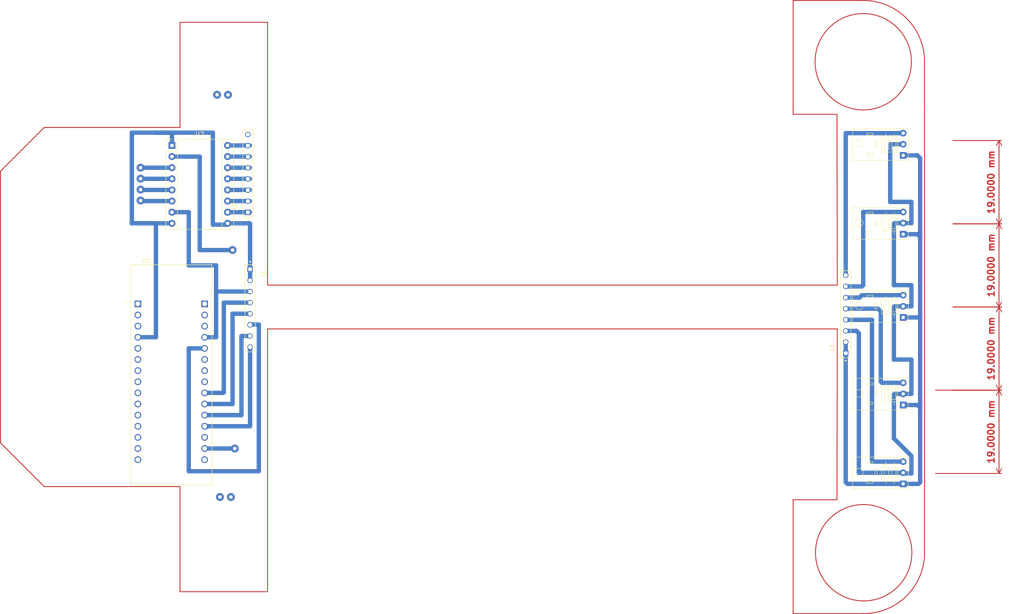
<source format=kicad_pcb>
(kicad_pcb (version 20221018) (generator pcbnew)
  (layers (0 "F.Cu" signal) (31 "B.Cu" signal) (34 "B.Paste" user) (35 "F.Paste" user) (36 "B.SilkS" user "B.Silkscreen") (37 "F.SilkS" user "F.Silkscreen") (38 "B.Mask" user) (39 "F.Mask" user) (44 "Edge.Cuts" user))
  (net 0 "")
  (net 1 "GND")
  (net 2 "+5V")
  (net 16 "Net-(U5-OUT)")
  (net 17 "Net-(U4-OUT)")
  (net 18 "Net-(U3-OUT)")
  (net 19 "Net-(U2-OUT)")
  (net 20 "Net-(U6-OUT)")
  (net 29 "Net-(U1A-GND_CN3)")
  (net 30 "Net-(U1B-+5V)")
  (net 31 "Net-(U1B-PA4)")
  (net 32 "Net-(U1B-PA3)")
  (net 33 "Net-(U1B-PA2)")
  (net 34 "Net-(U1B-PA1)")
  (net 35 "Net-(U1B-PA0)")
  (net 37 "Net-(U1B-+3V3)")
  (net 38 "MOTOR_A1")
  (net 39 "MOTOR_A2")
  (net 40 "MOTOR_B2")
  (net 41 "MOTOR_B1")
  (net 42 "Net-(U7-PWMB)")
  (net 43 "Net-(U7-BIN2)")
  (net 44 "Net-(U7-BIN1)")
  (net 45 "Net-(U7-~{STBY})")
  (net 46 "Net-(U7-AIN1)")
  (net 47 "Net-(U7-AIN2)")
  (net 48 "Net-(U7-PWMA)")
  (footprint "LF_MyFprint:KTIR_mod" (layer "F.Cu") (at 226.4 62.65 90)
    (fp_text reference "U2" hide)
    (fp_text value "~" hide)
    (fp_line (start 0.127 -12.827) (end 7.366 -12.827) (stroke (width 0.1)) (layer "F.SilkS"))
    (fp_line (start 0.127 -0.127) (end 0.127 -12.827) (stroke (width 0.1)) (layer "F.SilkS"))
    (fp_line (start 0.127 -0.127) (end 7.366 -0.127) (stroke (width 0.1)) (layer "F.SilkS"))
    (fp_line (start 1.905 -5.207) (end 1.27 -5.207) (stroke (width 0.1)) (layer "F.SilkS"))
    (fp_line (start 2.032 -3.302) (end 1.27 -3.302) (stroke (width 0.1)) (layer "F.SilkS"))
    (fp_line (start 5.588 -3.302) (end 6.223 -3.302) (stroke (width 0.1)) (layer "F.SilkS"))
    (fp_line (start 5.715 -5.207) (end 6.223 -5.207) (stroke (width 0.1)) (layer "F.SilkS"))
    (fp_line (start 7.366 -12.827) (end 7.366 -0.127) (stroke (width 0.1)) (layer "F.SilkS"))
    (fp_rect (start 1.397 -8.255) (end 1.905 -9.652) (stroke (width 0.1)) (fill none) (layer "F.SilkS"))
    (fp_rect (start 2.032 -6.223) (end 5.588 -2.54) (stroke (width 0.1)) (fill none) (layer "F.SilkS"))
    (fp_rect (start 2.54 -5.588) (end 5.08 -4.572) (stroke (width 0.1)) (fill none) (layer "F.SilkS"))
    (fp_rect (start 2.54 -3.937) (end 5.08 -2.921) (stroke (width 0.1)) (fill none) (layer "F.SilkS"))
    (fp_rect (start 3.2385 -7.747) (end 4.6355 -7.239) (stroke (width 0.1)) (fill none) (layer "F.SilkS"))
    (fp_rect (start 5.842 -8.1915) (end 6.35 -9.5885) (stroke (width 0.1)) (fill none) (layer "F.SilkS"))
    (fp_circle (center 3.937 -11.303) (end 4.826 -11.303) (stroke (width 0.1)) (fill none) (layer "F.SilkS"))
    (pad "1" thru_hole rect (at 1.27 -1.27 90) (size 1.524 1.524) (drill 0.762) (layers "*.Cu" "*.Mask") (net 1 "GND"))
    (pad "2" thru_hole circle (at 3.81 -1.27 90) (size 1.524 1.524) (drill 0.762) (layers "*.Cu" "*.Mask") (net 2 "+5V"))
    (pad "3" thru_hole circle (at 6.35 -1.27 90) (size 1.524 1.524) (drill 0.762) (layers "*.Cu" "*.Mask") (net 19 "Net-(U2-OUT)"))
  )
  (footprint "LF_MyFprint:KTIR_mod" (layer "F.Cu") (at 226.4 119.65 90)
    (fp_text reference "U5" hide)
    (fp_text value "~" hide)
    (fp_line (start 0.127 -12.827) (end 7.366 -12.827) (stroke (width 0.1)) (layer "F.SilkS"))
    (fp_line (start 0.127 -0.127) (end 0.127 -12.827) (stroke (width 0.1)) (layer "F.SilkS"))
    (fp_line (start 0.127 -0.127) (end 7.366 -0.127) (stroke (width 0.1)) (layer "F.SilkS"))
    (fp_line (start 1.905 -5.207) (end 1.27 -5.207) (stroke (width 0.1)) (layer "F.SilkS"))
    (fp_line (start 2.032 -3.302) (end 1.27 -3.302) (stroke (width 0.1)) (layer "F.SilkS"))
    (fp_line (start 5.588 -3.302) (end 6.223 -3.302) (stroke (width 0.1)) (layer "F.SilkS"))
    (fp_line (start 5.715 -5.207) (end 6.223 -5.207) (stroke (width 0.1)) (layer "F.SilkS"))
    (fp_line (start 7.366 -12.827) (end 7.366 -0.127) (stroke (width 0.1)) (layer "F.SilkS"))
    (fp_rect (start 1.397 -8.255) (end 1.905 -9.652) (stroke (width 0.1)) (fill none) (layer "F.SilkS"))
    (fp_rect (start 2.032 -6.223) (end 5.588 -2.54) (stroke (width 0.1)) (fill none) (layer "F.SilkS"))
    (fp_rect (start 2.54 -5.588) (end 5.08 -4.572) (stroke (width 0.1)) (fill none) (layer "F.SilkS"))
    (fp_rect (start 2.54 -3.937) (end 5.08 -2.921) (stroke (width 0.1)) (fill none) (layer "F.SilkS"))
    (fp_rect (start 3.2385 -7.747) (end 4.6355 -7.239) (stroke (width 0.1)) (fill none) (layer "F.SilkS"))
    (fp_rect (start 5.842 -8.1915) (end 6.35 -9.5885) (stroke (width 0.1)) (fill none) (layer "F.SilkS"))
    (fp_circle (center 3.937 -11.303) (end 4.826 -11.303) (stroke (width 0.1)) (fill none) (layer "F.SilkS"))
    (pad "1" thru_hole rect (at 1.27 -1.27 90) (size 1.524 1.524) (drill 0.762) (layers "*.Cu" "*.Mask") (net 1 "GND"))
    (pad "2" thru_hole circle (at 3.81 -1.27 90) (size 1.524 1.524) (drill 0.762) (layers "*.Cu" "*.Mask") (net 2 "+5V"))
    (pad "3" thru_hole circle (at 6.35 -1.27 90) (size 1.524 1.524) (drill 0.762) (layers "*.Cu" "*.Mask") (net 16 "Net-(U5-OUT)"))
  )
  (footprint "8goldpin:TE_5-146282-8" (layer "F.Cu") (at 75.5 74.39 90)
    (fp_text reference "J2" (at 1.105 -3.055 90) (layer "F.SilkS"))
    (fp_text value "5-146282-8")
    (fp_line (start -1.07 1.17) (end -1.07 -1.17) (stroke (width 0.127)) (layer "F.SilkS"))
    (fp_line (start 18.85 -1.17) (end -1.07 -1.17) (stroke (width 0.127)) (layer "F.SilkS"))
    (fp_line (start 18.85 -1.17) (end 18.85 1.17) (stroke (width 0.127)) (layer "F.SilkS"))
    (fp_line (start 18.85 1.17) (end -1.07 1.17) (stroke (width 0.127)) (layer "F.SilkS"))
    (fp_circle (center -1.72 0) (end -1.62 0) (stroke (width 0.2)) (fill none) (layer "F.SilkS"))
    (pad "1" thru_hole rect (at 0 0 90) (size 1.24 1.24) (drill 0.89) (layers "*.Cu" "*.Mask") (net 42 "Net-(U7-PWMB)"))
    (pad "2" thru_hole circle (at 2.54 0 90) (size 1.24 1.24) (drill 0.89) (layers "*.Cu" "*.Mask") (net 43 "Net-(U7-BIN2)"))
    (pad "3" thru_hole circle (at 5.08 0 90) (size 1.24 1.24) (drill 0.89) (layers "*.Cu" "*.Mask") (net 44 "Net-(U7-BIN1)"))
    (pad "4" thru_hole circle (at 7.62 0 90) (size 1.24 1.24) (drill 0.89) (layers "*.Cu" "*.Mask") (net 45 "Net-(U7-~{STBY})"))
    (pad "5" thru_hole circle (at 10.16 0 90) (size 1.24 1.24) (drill 0.89) (layers "*.Cu" "*.Mask") (net 46 "Net-(U7-AIN1)"))
    (pad "6" thru_hole circle (at 12.7 0 90) (size 1.24 1.24) (drill 0.89) (layers "*.Cu" "*.Mask") (net 47 "Net-(U7-AIN2)"))
    (pad "7" thru_hole circle (at 15.24 0 90) (size 1.24 1.24) (drill 0.89) (layers "*.Cu" "*.Mask") (net 48 "Net-(U7-PWMA)"))
    (pad "8" thru_hole circle (at 17.78 0 90) (size 1.24 1.24) (drill 0.89) (layers "*.Cu" "*.Mask"))
  )
  (footprint "LF_MyFprint:KTIR_mod" (layer "F.Cu") (at 226.4 137.65 90)
    (fp_text reference "U6" hide)
    (fp_text value "~" hide)
    (fp_line (start 0.127 -12.827) (end 7.366 -12.827) (stroke (width 0.1)) (layer "F.SilkS"))
    (fp_line (start 0.127 -0.127) (end 0.127 -12.827) (stroke (width 0.1)) (layer "F.SilkS"))
    (fp_line (start 0.127 -0.127) (end 7.366 -0.127) (stroke (width 0.1)) (layer "F.SilkS"))
    (fp_line (start 1.905 -5.207) (end 1.27 -5.207) (stroke (width 0.1)) (layer "F.SilkS"))
    (fp_line (start 2.032 -3.302) (end 1.27 -3.302) (stroke (width 0.1)) (layer "F.SilkS"))
    (fp_line (start 5.588 -3.302) (end 6.223 -3.302) (stroke (width 0.1)) (layer "F.SilkS"))
    (fp_line (start 5.715 -5.207) (end 6.223 -5.207) (stroke (width 0.1)) (layer "F.SilkS"))
    (fp_line (start 7.366 -12.827) (end 7.366 -0.127) (stroke (width 0.1)) (layer "F.SilkS"))
    (fp_rect (start 1.397 -8.255) (end 1.905 -9.652) (stroke (width 0.1)) (fill none) (layer "F.SilkS"))
    (fp_rect (start 2.032 -6.223) (end 5.588 -2.54) (stroke (width 0.1)) (fill none) (layer "F.SilkS"))
    (fp_rect (start 2.54 -5.588) (end 5.08 -4.572) (stroke (width 0.1)) (fill none) (layer "F.SilkS"))
    (fp_rect (start 2.54 -3.937) (end 5.08 -2.921) (stroke (width 0.1)) (fill none) (layer "F.SilkS"))
    (fp_rect (start 3.2385 -7.747) (end 4.6355 -7.239) (stroke (width 0.1)) (fill none) (layer "F.SilkS"))
    (fp_rect (start 5.842 -8.1915) (end 6.35 -9.5885) (stroke (width 0.1)) (fill none) (layer "F.SilkS"))
    (fp_circle (center 3.937 -11.303) (end 4.826 -11.303) (stroke (width 0.1)) (fill none) (layer "F.SilkS"))
    (pad "1" thru_hole rect (at 1.27 -1.27 90) (size 1.524 1.524) (drill 0.762) (layers "*.Cu" "*.Mask") (net 1 "GND"))
    (pad "2" thru_hole circle (at 3.81 -1.27 90) (size 1.524 1.524) (drill 0.762) (layers "*.Cu" "*.Mask") (net 2 "+5V"))
    (pad "3" thru_hole circle (at 6.35 -1.27 90) (size 1.524 1.524) (drill 0.762) (layers "*.Cu" "*.Mask") (net 20 "Net-(U6-OUT)"))
  )
  (footprint "NUCLEO_L432KC:MODULE_NUCLEO-L432KC" (layer "F.Cu") (at 58 111.5)
    (fp_text reference "U1" (at -5.715 -26.035) (layer "F.SilkS"))
    (fp_text value "NUCLEO-L432KC")
    (fp_line (start -9.27 -25.145) (end 9.27 -25.145) (stroke (width 0.127)) (layer "F.SilkS"))
    (fp_line (start -9.27 25.145) (end -9.27 -25.145) (stroke (width 0.127)) (layer "F.SilkS"))
    (fp_line (start 9.27 -25.145) (end 9.27 25.145) (stroke (width 0.127)) (layer "F.SilkS"))
    (fp_line (start 9.27 25.145) (end -9.27 25.145) (stroke (width 0.127)) (layer "F.SilkS"))
    (fp_circle (center -10 -16.5) (end -9.9 -16.5) (stroke (width 0.2)) (fill none) (layer "F.SilkS"))
    (pad "CN3_1" thru_hole rect (at -7.62 -16.215) (size 1.53 1.53) (drill 1.02) (layers "*.Cu" "*.Mask"))
    (pad "CN3_2" thru_hole circle (at -7.62 -13.675) (size 1.53 1.53) (drill 1.02) (layers "*.Cu" "*.Mask"))
    (pad "CN3_3" thru_hole circle (at -7.62 -11.135) (size 1.53 1.53) (drill 1.02) (layers "*.Cu" "*.Mask"))
    (pad "CN3_4" thru_hole circle (at -7.62 -8.595) (size 1.53 1.53) (drill 1.02) (layers "*.Cu" "*.Mask") (net 29 "Net-(U1A-GND_CN3)"))
    (pad "CN3_5" thru_hole circle (at -7.62 -6.055) (size 1.53 1.53) (drill 1.02) (layers "*.Cu" "*.Mask"))
    (pad "CN3_6" thru_hole circle (at -7.62 -3.515) (size 1.53 1.53) (drill 1.02) (layers "*.Cu" "*.Mask"))
    (pad "CN3_7" thru_hole circle (at -7.62 -0.975) (size 1.53 1.53) (drill 1.02) (layers "*.Cu" "*.Mask"))
    (pad "CN3_8" thru_hole circle (at -7.62 1.565) (size 1.53 1.53) (drill 1.02) (layers "*.Cu" "*.Mask"))
    (pad "CN3_9" thru_hole circle (at -7.62 4.105) (size 1.53 1.53) (drill 1.02) (layers "*.Cu" "*.Mask"))
    (pad "CN3_10" thru_hole circle (at -7.62 6.645) (size 1.53 1.53) (drill 1.02) (layers "*.Cu" "*.Mask"))
    (pad "CN3_11" thru_hole circle (at -7.62 9.185) (size 1.53 1.53) (drill 1.02) (layers "*.Cu" "*.Mask"))
    (pad "CN3_12" thru_hole circle (at -7.62 11.725) (size 1.53 1.53) (drill 1.02) (layers "*.Cu" "*.Mask"))
    (pad "CN3_13" thru_hole circle (at -7.62 14.265) (size 1.53 1.53) (drill 1.02) (layers "*.Cu" "*.Mask"))
    (pad "CN3_14" thru_hole circle (at -7.62 16.805) (size 1.53 1.53) (drill 1.02) (layers "*.Cu" "*.Mask"))
    (pad "CN3_15" thru_hole circle (at -7.62 19.345) (size 1.53 1.53) (drill 1.02) (layers "*.Cu" "*.Mask"))
    (pad "CN4_1" thru_hole rect (at 7.62 -16.215) (size 1.53 1.53) (drill 1.02) (layers "*.Cu" "*.Mask"))
    (pad "CN4_2" thru_hole circle (at 7.62 -13.675) (size 1.53 1.53) (drill 1.02) (layers "*.Cu" "*.Mask"))
    (pad "CN4_3" thru_hole circle (at 7.62 -11.135) (size 1.53 1.53) (drill 1.02) (layers "*.Cu" "*.Mask"))
    (pad "CN4_4" thru_hole circle (at 7.62 -8.595) (size 1.53 1.53) (drill 1.02) (layers "*.Cu" "*.Mask") (net 30 "Net-(U1B-+5V)"))
    (pad "CN4_5" thru_hole circle (at 7.62 -6.055) (size 1.53 1.53) (drill 1.02) (layers "*.Cu" "*.Mask") (net 33 "Net-(U1B-PA2)"))
    (pad "CN4_6" thru_hole circle (at 7.62 -3.515) (size 1.53 1.53) (drill 1.02) (layers "*.Cu" "*.Mask"))
    (pad "CN4_7" thru_hole circle (at 7.62 -0.975) (size 1.53 1.53) (drill 1.02) (layers "*.Cu" "*.Mask"))
    (pad "CN4_8" thru_hole circle (at 7.62 1.565) (size 1.53 1.53) (drill 1.02) (layers "*.Cu" "*.Mask"))
    (pad "CN4_9" thru_hole circle (at 7.62 4.105) (size 1.53 1.53) (drill 1.02) (layers "*.Cu" "*.Mask") (net 31 "Net-(U1B-PA4)"))
    (pad "CN4_10" thru_hole circle (at 7.62 6.645) (size 1.53 1.53) (drill 1.02) (layers "*.Cu" "*.Mask") (net 32 "Net-(U1B-PA3)"))
    (pad "CN4_11" thru_hole circle (at 7.62 9.185) (size 1.53 1.53) (drill 1.02) (layers "*.Cu" "*.Mask") (net 34 "Net-(U1B-PA1)"))
    (pad "CN4_12" thru_hole circle (at 7.62 11.725) (size 1.53 1.53) (drill 1.02) (layers "*.Cu" "*.Mask") (net 35 "Net-(U1B-PA0)"))
    (pad "CN4_13" thru_hole circle (at 7.62 14.265) (size 1.53 1.53) (drill 1.02) (layers "*.Cu" "*.Mask"))
    (pad "CN4_14" thru_hole circle (at 7.62 16.805) (size 1.53 1.53) (drill 1.02) (layers "*.Cu" "*.Mask") (net 37 "Net-(U1B-+3V3)"))
    (pad "CN4_15" thru_hole circle (at 7.62 19.345) (size 1.53 1.53) (drill 1.02) (layers "*.Cu" "*.Mask"))
  )
  (footprint "Module:Pololu_Breakout-16_15.2x20.3mm" (layer "F.Cu") (at 58.16 59.11)
    (fp_text reference "U7" (at 6.35 -2.54) (layer "F.SilkS"))
    (fp_text value "~")
    (fp_line (start -1.4 -1.4) (end -1.4 0) (stroke (width 0.12)) (layer "F.SilkS"))
    (fp_line (start -1.4 1.27) (end -1.4 19.18) (stroke (width 0.12)) (layer "F.SilkS"))
    (fp_line (start -1.4 19.18) (end 14.1 19.18) (stroke (width 0.12)) (layer "F.SilkS"))
    (fp_line (start 0 -1.4) (end -1.4 -1.4) (stroke (width 0.12)) (layer "F.SilkS"))
    (fp_line (start 1.27 -1.4) (end 1.27 1.27) (stroke (width 0.12)) (layer "F.SilkS"))
    (fp_line (start 1.27 1.27) (end -1.4 1.27) (stroke (width 0.12)) (layer "F.SilkS"))
    (fp_line (start 1.27 1.27) (end 1.27 19.18) (stroke (width 0.12)) (layer "F.SilkS"))
    (fp_line (start 11.43 -1.4) (end 11.43 19.18) (stroke (width 0.12)) (layer "F.SilkS"))
    (fp_line (start 14.1 -1.4) (end 1.27 -1.4) (stroke (width 0.12)) (layer "F.SilkS"))
    (fp_line (start 14.1 19.18) (end 14.1 -1.4) (stroke (width 0.12)) (layer "F.SilkS"))
    (pad "1" thru_hole rect (at 0 0) (size 1.6 1.6) (drill 0.8) (layers "*.Cu" "*.Mask") (net 29 "Net-(U1A-GND_CN3)"))
    (pad "2" thru_hole oval (at 0 2.54) (size 1.6 1.6) (drill 0.8) (layers "*.Cu" "*.Mask") (net 37 "Net-(U1B-+3V3)"))
    (pad "3" thru_hole oval (at 0 5.08) (size 1.6 1.6) (drill 0.8) (layers "*.Cu" "*.Mask") (net 38 "MOTOR_A1"))
    (pad "4" thru_hole oval (at 0 7.62) (size 1.6 1.6) (drill 0.8) (layers "*.Cu" "*.Mask") (net 39 "MOTOR_A2"))
    (pad "5" thru_hole oval (at 0 10.16) (size 1.6 1.6) (drill 0.8) (layers "*.Cu" "*.Mask") (net 40 "MOTOR_B2"))
    (pad "6" thru_hole oval (at 0 12.7) (size 1.6 1.6) (drill 0.8) (layers "*.Cu" "*.Mask") (net 41 "MOTOR_B1"))
    (pad "7" thru_hole oval (at 0 15.24) (size 1.6 1.6) (drill 0.8) (layers "*.Cu" "*.Mask") (net 30 "Net-(U1B-+5V)"))
    (pad "8" thru_hole oval (at 0 17.78) (size 1.6 1.6) (drill 0.8) (layers "*.Cu" "*.Mask") (net 29 "Net-(U1A-GND_CN3)"))
    (pad "9" thru_hole oval (at 12.7 17.78) (size 1.6 1.6) (drill 0.8) (layers "*.Cu" "*.Mask") (net 29 "Net-(U1A-GND_CN3)"))
    (pad "10" thru_hole oval (at 12.7 15.24) (size 1.6 1.6) (drill 0.8) (layers "*.Cu" "*.Mask") (net 42 "Net-(U7-PWMB)"))
    (pad "11" thru_hole oval (at 12.7 12.7) (size 1.6 1.6) (drill 0.8) (layers "*.Cu" "*.Mask") (net 43 "Net-(U7-BIN2)"))
    (pad "12" thru_hole oval (at 12.7 10.16) (size 1.6 1.6) (drill 0.8) (layers "*.Cu" "*.Mask") (net 44 "Net-(U7-BIN1)"))
    (pad "13" thru_hole oval (at 12.7 7.62) (size 1.6 1.6) (drill 0.8) (layers "*.Cu" "*.Mask") (net 45 "Net-(U7-~{STBY})"))
    (pad "14" thru_hole oval (at 12.7 5.08) (size 1.6 1.6) (drill 0.8) (layers "*.Cu" "*.Mask") (net 46 "Net-(U7-AIN1)"))
    (pad "15" thru_hole oval (at 12.7 2.54) (size 1.6 1.6) (drill 0.8) (layers "*.Cu" "*.Mask") (net 47 "Net-(U7-AIN2)"))
    (pad "16" thru_hole oval (at 12.7 0) (size 1.6 1.6) (drill 0.8) (layers "*.Cu" "*.Mask") (net 48 "Net-(U7-PWMA)"))
  )
  (footprint "8goldpin:TE_5-146282-8" (layer "F.Cu") (at 76 87.38 -90)
    (fp_text reference "J1" (at 1.105 -3.055 -90) (layer "F.SilkS"))
    (fp_text value "5-146282-8")
    (fp_line (start -1.07 1.17) (end -1.07 -1.17) (stroke (width 0.127)) (layer "F.SilkS"))
    (fp_line (start 18.85 -1.17) (end -1.07 -1.17) (stroke (width 0.127)) (layer "F.SilkS"))
    (fp_line (start 18.85 -1.17) (end 18.85 1.17) (stroke (width 0.127)) (layer "F.SilkS"))
    (fp_line (start 18.85 1.17) (end -1.07 1.17) (stroke (width 0.127)) (layer "F.SilkS"))
    (fp_circle (center -1.72 0) (end -1.62 0) (stroke (width 0.2)) (fill none) (layer "F.SilkS"))
    (pad "1" thru_hole rect (at 0 0 270) (size 1.24 1.24) (drill 0.89) (layers "*.Cu" "*.Mask") (net 29 "Net-(U1A-GND_CN3)"))
    (pad "2" thru_hole circle (at 2.54 0 270) (size 1.24 1.24) (drill 0.89) (layers "*.Cu" "*.Mask") (net 29 "Net-(U1A-GND_CN3)"))
    (pad "3" thru_hole circle (at 5.08 0 270) (size 1.24 1.24) (drill 0.89) (layers "*.Cu" "*.Mask") (net 30 "Net-(U1B-+5V)"))
    (pad "4" thru_hole circle (at 7.62 0 270) (size 1.24 1.24) (drill 0.89) (layers "*.Cu" "*.Mask") (net 31 "Net-(U1B-PA4)"))
    (pad "5" thru_hole circle (at 10.16 0 270) (size 1.24 1.24) (drill 0.89) (layers "*.Cu" "*.Mask") (net 32 "Net-(U1B-PA3)"))
    (pad "6" thru_hole circle (at 12.7 0 270) (size 1.24 1.24) (drill 0.89) (layers "*.Cu" "*.Mask") (net 33 "Net-(U1B-PA2)"))
    (pad "7" thru_hole circle (at 15.24 0 270) (size 1.24 1.24) (drill 0.89) (layers "*.Cu" "*.Mask") (net 34 "Net-(U1B-PA1)"))
    (pad "8" thru_hole circle (at 17.78 0 270) (size 1.24 1.24) (drill 0.89) (layers "*.Cu" "*.Mask") (net 35 "Net-(U1B-PA0)"))
  )
  (footprint "LF_MyFprint:KTIR_mod" (layer "F.Cu") (at 226.4 99.65 90)
    (fp_text reference "U4" hide)
    (fp_text value "~" hide)
    (fp_line (start 0.127 -12.827) (end 7.366 -12.827) (stroke (width 0.1)) (layer "F.SilkS"))
    (fp_line (start 0.127 -0.127) (end 0.127 -12.827) (stroke (width 0.1)) (layer "F.SilkS"))
    (fp_line (start 0.127 -0.127) (end 7.366 -0.127) (stroke (width 0.1)) (layer "F.SilkS"))
    (fp_line (start 1.905 -5.207) (end 1.27 -5.207) (stroke (width 0.1)) (layer "F.SilkS"))
    (fp_line (start 2.032 -3.302) (end 1.27 -3.302) (stroke (width 0.1)) (layer "F.SilkS"))
    (fp_line (start 5.588 -3.302) (end 6.223 -3.302) (stroke (width 0.1)) (layer "F.SilkS"))
    (fp_line (start 5.715 -5.207) (end 6.223 -5.207) (stroke (width 0.1)) (layer "F.SilkS"))
    (fp_line (start 7.366 -12.827) (end 7.366 -0.127) (stroke (width 0.1)) (layer "F.SilkS"))
    (fp_rect (start 1.397 -8.255) (end 1.905 -9.652) (stroke (width 0.1)) (fill none) (layer "F.SilkS"))
    (fp_rect (start 2.032 -6.223) (end 5.588 -2.54) (stroke (width 0.1)) (fill none) (layer "F.SilkS"))
    (fp_rect (start 2.54 -5.588) (end 5.08 -4.572) (stroke (width 0.1)) (fill none) (layer "F.SilkS"))
    (fp_rect (start 2.54 -3.937) (end 5.08 -2.921) (stroke (width 0.1)) (fill none) (layer "F.SilkS"))
    (fp_rect (start 3.2385 -7.747) (end 4.6355 -7.239) (stroke (width 0.1)) (fill none) (layer "F.SilkS"))
    (fp_rect (start 5.842 -8.1915) (end 6.35 -9.5885) (stroke (width 0.1)) (fill none) (layer "F.SilkS"))
    (fp_circle (center 3.937 -11.303) (end 4.826 -11.303) (stroke (width 0.1)) (fill none) (layer "F.SilkS"))
    (pad "1" thru_hole rect (at 1.27 -1.27 90) (size 1.524 1.524) (drill 0.762) (layers "*.Cu" "*.Mask") (net 1 "GND"))
    (pad "2" thru_hole circle (at 3.81 -1.27 90) (size 1.524 1.524) (drill 0.762) (layers "*.Cu" "*.Mask") (net 2 "+5V"))
    (pad "3" thru_hole circle (at 6.35 -1.27 90) (size 1.524 1.524) (drill 0.762) (layers "*.Cu" "*.Mask") (net 17 "Net-(U4-OUT)"))
  )
  (footprint "8goldpin:TE_5-146282-8" (layer "F.Cu") (at 212 106.54 90)
    (fp_text reference "J3" (at 1.105 -3.055 90) (layer "F.SilkS"))
    (fp_text value "5-146282-8")
    (fp_line (start -1.07 1.17) (end -1.07 -1.17) (stroke (width 0.127)) (layer "F.SilkS"))
    (fp_line (start 18.85 -1.17) (end -1.07 -1.17) (stroke (width 0.127)) (layer "F.SilkS"))
    (fp_line (start 18.85 -1.17) (end 18.85 1.17) (stroke (width 0.127)) (layer "F.SilkS"))
    (fp_line (start 18.85 1.17) (end -1.07 1.17) (stroke (width 0.127)) (layer "F.SilkS"))
    (fp_circle (center -1.72 0) (end -1.62 0) (stroke (width 0.2)) (fill none) (layer "F.SilkS"))
    (pad "1" thru_hole rect (at 0 0 90) (size 1.24 1.24) (drill 0.89) (layers "*.Cu" "*.Mask") (net 1 "GND"))
    (pad "2" thru_hole circle (at 2.54 0 90) (size 1.24 1.24) (drill 0.89) (layers "*.Cu" "*.Mask") (net 1 "GND"))
    (pad "3" thru_hole circle (at 5.08 0 90) (size 1.24 1.24) (drill 0.89) (layers "*.Cu" "*.Mask") (net 2 "+5V"))
    (pad "4" thru_hole circle (at 7.62 0 90) (size 1.24 1.24) (drill 0.89) (layers "*.Cu" "*.Mask") (net 20 "Net-(U6-OUT)"))
    (pad "5" thru_hole circle (at 10.16 0 90) (size 1.24 1.24) (drill 0.89) (layers "*.Cu" "*.Mask") (net 16 "Net-(U5-OUT)"))
    (pad "6" thru_hole circle (at 12.7 0 90) (size 1.24 1.24) (drill 0.89) (layers "*.Cu" "*.Mask") (net 17 "Net-(U4-OUT)"))
    (pad "7" thru_hole circle (at 15.24 0 90) (size 1.24 1.24) (drill 0.89) (layers "*.Cu" "*.Mask") (net 18 "Net-(U3-OUT)"))
    (pad "8" thru_hole circle (at 17.78 0 90) (size 1.24 1.24) (drill 0.89) (layers "*.Cu" "*.Mask") (net 19 "Net-(U2-OUT)"))
  )
  (footprint "LF_MyFprint:KTIR_mod" (layer "F.Cu") (at 226.4 80.65 90)
    (fp_text reference "U3" hide)
    (fp_text value "~" hide)
    (fp_line (start 0.127 -12.827) (end 7.366 -12.827) (stroke (width 0.1)) (layer "F.SilkS"))
    (fp_line (start 0.127 -0.127) (end 0.127 -12.827) (stroke (width 0.1)) (layer "F.SilkS"))
    (fp_line (start 0.127 -0.127) (end 7.366 -0.127) (stroke (width 0.1)) (layer "F.SilkS"))
    (fp_line (start 1.905 -5.207) (end 1.27 -5.207) (stroke (width 0.1)) (layer "F.SilkS"))
    (fp_line (start 2.032 -3.302) (end 1.27 -3.302) (stroke (width 0.1)) (layer "F.SilkS"))
    (fp_line (start 5.588 -3.302) (end 6.223 -3.302) (stroke (width 0.1)) (layer "F.SilkS"))
    (fp_line (start 5.715 -5.207) (end 6.223 -5.207) (stroke (width 0.1)) (layer "F.SilkS"))
    (fp_line (start 7.366 -12.827) (end 7.366 -0.127) (stroke (width 0.1)) (layer "F.SilkS"))
    (fp_rect (start 1.397 -8.255) (end 1.905 -9.652) (stroke (width 0.1)) (fill none) (layer "F.SilkS"))
    (fp_rect (start 2.032 -6.223) (end 5.588 -2.54) (stroke (width 0.1)) (fill none) (layer "F.SilkS"))
    (fp_rect (start 2.54 -5.588) (end 5.08 -4.572) (stroke (width 0.1)) (fill none) (layer "F.SilkS"))
    (fp_rect (start 2.54 -3.937) (end 5.08 -2.921) (stroke (width 0.1)) (fill none) (layer "F.SilkS"))
    (fp_rect (start 3.2385 -7.747) (end 4.6355 -7.239) (stroke (width 0.1)) (fill none) (layer "F.SilkS"))
    (fp_rect (start 5.842 -8.1915) (end 6.35 -9.5885) (stroke (width 0.1)) (fill none) (layer "F.SilkS"))
    (fp_circle (center 3.937 -11.303) (end 4.826 -11.303) (stroke (width 0.1)) (fill none) (layer "F.SilkS"))
    (pad "1" thru_hole rect (at 1.27 -1.27 90) (size 1.524 1.524) (drill 0.762) (layers "*.Cu" "*.Mask") (net 1 "GND"))
    (pad "2" thru_hole circle (at 3.81 -1.27 90) (size 1.524 1.524) (drill 0.762) (layers "*.Cu" "*.Mask") (net 2 "+5V"))
    (pad "3" thru_hole circle (at 6.35 -1.27 90) (size 1.524 1.524) (drill 0.762) (layers "*.Cu" "*.Mask") (net 18 "Net-(U3-OUT)"))
  )
  (gr_circle (center 216 40) (end 227 40) (stroke (width 0.2)) (fill none) (layer "F.Cu"))
  (gr_line (start 29 137) (end 19 127) (stroke (width 0.2)) (layer "F.Cu"))
  (gr_line (start 230 51) (end 230 137) (stroke (width 0.2)) (layer "F.Cu"))
  (gr_arc (start 216 26) (mid 225.899495 30.100505) (end 230 40) (stroke (width 0.2)) (layer "F.Cu"))
  (gr_line (start 80 161) (end 80 101) (stroke (width 0.2)) (layer "F.Cu"))
  (gr_line (start 60 161) (end 60 137) (stroke (width 0.2)) (layer "F.Cu"))
  (gr_line (start 200 140) (end 210 140) (stroke (width 0.2)) (layer "F.Cu"))
  (gr_line (start 60 137) (end 29 137) (stroke (width 0.2)) (layer "F.Cu"))
  (gr_circle (center 216.100505 152.100505) (end 227.100505 152.100505) (stroke (width 0.2)) (fill none) (layer "F.Cu"))
  (gr_line (start 200 166) (end 200 140) (stroke (width 0.2)) (layer "F.Cu"))
  (gr_line (start 216 26) (end 200 26) (stroke (width 0.2)) (layer "F.Cu"))
  (gr_line (start 80 31) (end 60 31) (stroke (width 0.2)) (layer "F.Cu"))
  (gr_line (start 230 40) (end 230 51) (stroke (width 0.2)) (layer "F.Cu"))
  (gr_line (start 200 52) (end 210 52) (stroke (width 0.2)) (layer "F.Cu"))
  (gr_line (start 80 91) (end 80 31) (stroke (width 0.2)) (layer "F.Cu"))
  (gr_line (start 19 65) (end 19 127) (stroke (width 0.2)) (layer "F.Cu"))
  (gr_line (start 210.08 91) (end 80 91) (stroke (width 0.2)) (layer "F.Cu"))
  (gr_line (start 230 152) (end 230 137) (stroke (width 0.2)) (layer "F.Cu"))
  (gr_arc (start 230 152) (mid 225.929189 161.929189) (end 216 166) (stroke (width 0.2)) (layer "F.Cu"))
  (gr_line (start 210 52) (end 210.08 91) (stroke (width 0.2)) (layer "F.Cu"))
  (gr_line (start 210.08 101) (end 210 140) (stroke (width 0.2)) (layer "F.Cu"))
  (gr_line (start 210.08 101) (end 80 101) (stroke (width 0.2)) (layer "F.Cu"))
  (gr_line (start 29 55) (end 19 65) (stroke (width 0.2)) (layer "F.Cu"))
  (gr_line (start 60 161) (end 80 161) (stroke (width 0.2)) (layer "F.Cu"))
  (gr_line (start 200 52) (end 200 26) (stroke (width 0.2)) (layer "F.Cu"))
  (gr_line (start 216 166) (end 200 166) (stroke (width 0.2)) (layer "F.Cu"))
  (gr_line (start 60 55) (end 29 55) (stroke (width 0.2)) (layer "F.Cu"))
  (gr_line (start 60 31) (end 60 55) (stroke (width 0.2)) (layer "F.Cu"))
  (dimension (type aligned) (layer "F.Cu") (pts (xy 232 115) (xy 232 134)) (height -15) (gr_text "19.0000 mm" (at 245.2 124.5 90) (layer "F.Cu") (effects (font (size 1.5 1.5) (thickness 0.3)))) (format (prefix "") (suffix "") (units 3) (units_format 1) (precision 4)) (style (thickness 0.2) (arrow_length 1.27) (text_position_mode 0) (extension_height 0.58642) (extension_offset 0.5) keep_text_aligned))
  (dimension (type aligned) (layer "F.Cu") (pts (xy 236 96) (xy 236 77)) (height 11) (gr_text "19.0000 mm" (at 245.2 86.5 90) (layer "F.Cu") (effects (font (size 1.5 1.5) (thickness 0.3)))) (format (prefix "") (suffix "") (units 3) (units_format 1) (precision 4)) (style (thickness 0.2) (arrow_length 1.27) (text_position_mode 0) (extension_height 0.58642) (extension_offset 0.5) keep_text_aligned))
  (dimension (type aligned) (layer "F.Cu") (pts (xy 236 96) (xy 236 115)) (height -11) (gr_text "19.0000 mm" (at 245.2 105.5 90) (layer "F.Cu") (effects (font (size 1.5 1.5) (thickness 0.3)))) (format (prefix "") (suffix "") (units 3) (units_format 1) (precision 4)) (style (thickness 0.2) (arrow_length 1.27) (text_position_mode 0) (extension_height 0.58642) (extension_offset 0.5) keep_text_aligned))
  (dimension (type aligned) (layer "F.Cu") (pts (xy 236 77) (xy 236 58)) (height 11) (gr_text "19.0000 mm" (at 245.2 67.5 90) (layer "F.Cu") (effects (font (size 1.5 1.5) (thickness 0.3)))) (format (prefix "") (suffix "") (units 3) (units_format 1) (precision 4)) (style (thickness 0.2) (arrow_length 1.27) (text_position_mode 0) (extension_height 0.58642) (extension_offset 0.5) keep_text_aligned))
  (segment (start 228.62 136.38) (end 229 136) (width 1) (layer "B.Cu") (net 1))
  (segment (start 228.38 79.38) (end 225.13 79.38) (width 1) (layer "B.Cu") (net 1))
  (segment (start 229 98) (end 229 80) (width 1) (layer "B.Cu") (net 1))
  (segment (start 228.62 98.38) (end 226.13 98.38) (width 1) (layer "B.Cu") (net 1))
  (segment (start 229 98) (end 228.62 98.38) (width 1) (layer "B.Cu") (net 1))
  (segment (start 212 136) (end 212 106.54) (width 1) (layer "B.Cu") (net 1))
  (segment (start 229 136) (end 229 119) (width 1) (layer "B.Cu") (net 1))
  (segment (start 225.13 118.38) (end 228.38 118.38) (width 1) (layer "B.Cu") (net 1))
  (segment (start 212 106.54) (end 212 104) (width 1) (layer "B.Cu") (net 1))
  (segment (start 229 119) (end 229 98) (width 1) (layer "B.Cu") (net 1))
  (segment (start 225.13 136.38) (end 228.62 136.38) (width 1) (layer "B.Cu") (net 1))
  (segment (start 229 80) (end 229 62) (width 1) (layer "B.Cu") (net 1))
  (segment (start 229 62) (end 228.38 61.38) (width 1) (layer "B.Cu") (net 1))
  (segment (start 228.38 61.38) (end 225.13 61.38) (width 1) (layer "B.Cu") (net 1))
  (segment (start 228.38 118.38) (end 229 119) (width 1) (layer "B.Cu") (net 1))
  (segment (start 225.13 136.38) (end 212.38 136.38) (width 1) (layer "B.Cu") (net 1))
  (segment (start 212.38 136.38) (end 212 136) (width 1) (layer "B.Cu") (net 1))
  (segment (start 229 80) (end 228.38 79.38) (width 1) (layer "B.Cu") (net 1))
  (segment (start 225.13 133.84) (end 215 133.84) (width 1) (layer "B.Cu") (net 2))
  (segment (start 227 108) (end 223 108) (width 1) (layer "B.Cu") (net 2))
  (segment (start 223.16 95.84) (end 225.13 95.84) (width 1) (layer "B.Cu") (net 2))
  (segment (start 223 108) (end 223 96) (width 1) (layer "B.Cu") (net 2))
  (segment (start 223 77) (end 223.16 76.84) (width 1) (layer "B.Cu") (net 2))
  (segment (start 227 91) (end 223 91) (width 1) (layer "B.Cu") (net 2))
  (segment (start 223 91) (end 223 77) (width 1) (layer "B.Cu") (net 2))
  (segment (start 223 96) (end 223.16 95.84) (width 1) (layer "B.Cu") (net 2))
  (segment (start 225.13 95.84) (end 227 95.84) (width 1) (layer "B.Cu") (net 2))
  (segment (start 225.29 134) (end 227 134) (width 1) (layer "B.Cu") (net 2))
  (segment (start 223 126) (end 223 116) (width 1) (layer "B.Cu") (net 2))
  (segment (start 223.16 76.84) (end 225.13 76.84) (width 1) (layer "B.Cu") (net 2))
  (segment (start 215 133.84) (end 215 102) (width 1) (layer "B.Cu") (net 2))
  (segment (start 225.13 76.84) (end 227 76.84) (width 1) (layer "B.Cu") (net 2))
  (segment (start 227 115.84) (end 227 108) (width 1) (layer "B.Cu") (net 2))
  (segment (start 223 116) (end 223.16 115.84) (width 1) (layer "B.Cu") (net 2))
  (segment (start 227 130) (end 223 126) (width 1) (layer "B.Cu") (net 2))
  (segment (start 227 72) (end 222.16 72) (width 1) (layer "B.Cu") (net 2))
  (segment (start 222.16 58.84) (end 225.13 58.84) (width 1) (layer "B.Cu") (net 2))
  (segment (start 227 134) (end 227 130) (width 1) (layer "B.Cu") (net 2))
  (segment (start 223.16 115.84) (end 225.13 115.84) (width 1) (layer "B.Cu") (net 2))
  (segment (start 225.13 115.84) (end 227 115.84) (width 1) (layer "B.Cu") (net 2))
  (segment (start 214.46 101.46) (end 212 101.46) (width 1) (layer "B.Cu") (net 2))
  (segment (start 227 76.84) (end 227 72) (width 1) (layer "B.Cu") (net 2))
  (segment (start 227 95.84) (end 227 91) (width 1) (layer "B.Cu") (net 2))
  (segment (start 222.16 72) (end 222.16 58.84) (width 1) (layer "B.Cu") (net 2))
  (segment (start 225.13 133.84) (end 225.29 134) (width 1) (layer "B.Cu") (net 2))
  (segment (start 215 102) (end 214.46 101.46) (width 1) (layer "B.Cu") (net 2))
  (segment (start 220 97) (end 220 113) (width 1) (layer "B.Cu") (net 16))
  (segment (start 220 113) (end 220.3 113.3) (width 1) (layer "B.Cu") (net 16))
  (segment (start 212 96.38) (end 219.38 96.38) (width 1) (layer "B.Cu") (net 16))
  (segment (start 220.3 113.3) (end 225.13 113.3) (width 1) (layer "B.Cu") (net 16))
  (segment (start 219.38 96.38) (end 220 97) (width 1) (layer "B.Cu") (net 16))
  (segment (start 215.7 93.3) (end 225.13 93.3) (width 1) (layer "B.Cu") (net 17))
  (segment (start 215.16 93.84) (end 212 93.84) (width 1) (layer "B.Cu") (net 17))
  (segment (start 215.16 93.84) (end 215.7 93.3) (width 1) (layer "B.Cu") (net 17))
  (segment (start 215.7 91.3) (end 216 91) (width 1) (layer "B.Cu") (net 18))
  (segment (start 216 91) (end 216 74.3) (width 1) (layer "B.Cu") (net 18))
  (segment (start 212 91.3) (end 215.7 91.3) (width 1) (layer "B.Cu") (net 18))
  (segment (start 216 74.3) (end 225.13 74.3) (width 1) (layer "B.Cu") (net 18))
  (segment (start 212 88.76) (end 212 56.3) (width 1) (layer "B.Cu") (net 19))
  (segment (start 212 56.3) (end 225.13 56.3) (width 1) (layer "B.Cu") (net 19))
  (segment (start 218 98.92) (end 212 98.92) (width 1) (layer "B.Cu") (net 20))
  (segment (start 218 131.3) (end 218 98.92) (width 1) (layer "B.Cu") (net 20))
  (segment (start 225.13 131.3) (end 218 131.3) (width 1) (layer "B.Cu") (net 20))
  (segment (start 49 56.19) (end 49 76.89) (width 1) (layer "B.Cu") (net 29))
  (segment (start 76 89.92) (end 76 87.38) (width 1) (layer "B.Cu") (net 29))
  (segment (start 58.16 56.19) (end 54.3 56.19) (width 1) (layer "B.Cu") (net 29))
  (segment (start 76 77) (end 75.89 76.89) (width 1) (layer "B.Cu") (net 29))
  (segment (start 54.3 56.19) (end 49 56.19) (width 1) (layer "B.Cu") (net 29))
  (segment (start 70.86 76.89) (end 70.56 77.19) (width 1) (layer "B.Cu") (net 29))
  (segment (start 54.5 76.89) (end 54.5 102.905) (width 1) (layer "B.Cu") (net 29))
  (segment (start 49 76.89) (end 58.16 76.89) (width 1) (layer "B.Cu") (net 29))
  (segment (start 54.5 102.905) (end 50.38 102.905) (width 1) (layer "B.Cu") (net 29))
  (segment (start 67.5 77.19) (end 67.5 56.19) (width 1) (layer "B.Cu") (net 29))
  (segment (start 75.89 76.89) (end 70.86 76.89) (width 1) (layer "B.Cu") (net 29))
  (segment (start 76 87.38) (end 76 77) (width 1) (layer "B.Cu") (net 29))
  (segment (start 58.16 59.11) (end 58.16 56.19) (width 1) (layer "B.Cu") (net 29))
  (segment (start 49 76.89) (end 54.5 76.89) (width 1) (layer "B.Cu") (net 29))
  (segment (start 67.5 56.19) (end 54.3 56.19) (width 1) (layer "B.Cu") (net 29))
  (segment (start 70.56 77.19) (end 67.5 77.19) (width 1) (layer "B.Cu") (net 29))
  (segment (start 65.62 102.905) (end 68.24 102.905) (width 1) (layer "B.Cu") (net 30))
  (segment (start 68.24 86.5) (end 62 86.5) (width 1) (layer "B.Cu") (net 30))
  (segment (start 68.24 92.76) (end 68.24 86.5) (width 1) (layer "B.Cu") (net 30))
  (segment (start 68.54 92.46) (end 76 92.46) (width 1) (layer "B.Cu") (net 30))
  (segment (start 68.24 92.76) (end 68.54 92.46) (width 1) (layer "B.Cu") (net 30))
  (segment (start 62 74.35) (end 58.16 74.35) (width 1) (layer "B.Cu") (net 30))
  (segment (start 68.24 102.905) (end 68.24 92.76) (width 1) (layer "B.Cu") (net 30))
  (segment (start 62 86.5) (end 62 74.35) (width 1) (layer "B.Cu") (net 30))
  (segment (start 70 115.5) (end 70 95) (width 1) (layer "B.Cu") (net 31))
  (segment (start 76 95) (end 70 95) (width 1) (layer "B.Cu") (net 31))
  (segment (start 69.895 115.605) (end 65.62 115.605) (width 1) (layer "B.Cu") (net 31))
  (segment (start 69.895 115.605) (end 70 115.5) (width 1) (layer "B.Cu") (net 31))
  (segment (start 65.62 118.145) (end 72 118.145) (width 1) (layer "B.Cu") (net 32))
  (segment (start 72 118.145) (end 72 97.54) (width 1) (layer "B.Cu") (net 32))
  (segment (start 72 97.54) (end 76 97.54) (width 1) (layer "B.Cu") (net 32))
  (segment (start 76.08 100) (end 76 100.08) (width 1) (layer "B.Cu") (net 33))
  (segment (start 62 105.445) (end 62 133.5) (width 1) (layer "B.Cu") (net 33))
  (segment (start 65.62 105.445) (end 62 105.445) (width 1) (layer "B.Cu") (net 33))
  (segment (start 78 133.5) (end 78 100) (width 1) (layer "B.Cu") (net 33))
  (segment (start 62 133.5) (end 78 133.5) (width 1) (layer "B.Cu") (net 33))
  (segment (start 78 100) (end 76.08 100) (width 1) (layer "B.Cu") (net 33))
  (segment (start 65.62 120.685) (end 74.03 120.685) (width 1) (layer "B.Cu") (net 34))
  (segment (start 74.09 102.62) (end 76 102.62) (width 1) (layer "B.Cu") (net 34))
  (segment (start 74.03 102.68) (end 74.09 102.62) (width 1) (layer "B.Cu") (net 34))
  (segment (start 74.03 120.685) (end 74.03 102.68) (width 1) (layer "B.Cu") (net 34))
  (segment (start 65.895 123.5) (end 65.62 123.225) (width 1) (layer "B.Cu") (net 35))
  (segment (start 76 123.225) (end 76 105.16) (width 1) (layer "B.Cu") (net 35))
  (segment (start 65.62 123.225) (end 76 123.225) (width 1) (layer "B.Cu") (net 35))
  (via (at 72.5 128.305) (size 1.8) (drill 0.8) (layers "F.Cu" "B.Cu") (net 37))
  (via (at 72 83) (size 1.8) (drill 0.8) (layers "F.Cu" "B.Cu") (net 37))
  (segment (start 72 83) (end 64.5 83) (width 1) (layer "B.Cu") (net 37))
  (segment (start 64.5 61.65) (end 58.16 61.65) (width 1) (layer "B.Cu") (net 37))
  (segment (start 72.5 128.305) (end 65.62 128.305) (width 1) (layer "B.Cu") (net 37))
  (segment (start 64.5 83) (end 64.5 61.65) (width 1) (layer "B.Cu") (net 37))
  (via (at 51 64.19) (size 1.8) (drill 0.8) (layers "F.Cu" "B.Cu") (net 38))
  (via (at 68.46 47.54) (size 1.8) (drill 0.8) (layers "F.Cu" "B.Cu") (net 38))
  (segment (start 58.16 64.19) (end 51 64.19) (width 1) (layer "B.Cu") (net 38))
  (via (at 51 66.69) (size 1.8) (drill 0.8) (layers "F.Cu" "B.Cu") (net 39))
  (via (at 70.96 47.54) (size 1.8) (drill 0.8) (layers "F.Cu" "B.Cu") (net 39))
  (segment (start 71 47.5) (end 70.96 47.54) (width 0.25) (layer "B.Cu") (net 39))
  (segment (start 58.16 66.73) (end 51.04 66.73) (width 1) (layer "B.Cu") (net 39))
  (segment (start 51.04 66.73) (end 51 66.69) (width 0.25) (layer "B.Cu") (net 39))
  (via (at 71.62 139.38) (size 1.8) (drill 0.8) (layers "F.Cu" "B.Cu") (net 40))
  (via (at 51 69.19) (size 1.8) (drill 0.8) (layers "F.Cu" "B.Cu") (net 40))
  (segment (start 51.08 69.27) (end 51 69.19) (width 0.25) (layer "B.Cu") (net 40))
  (segment (start 58.16 69.27) (end 51.08 69.27) (width 1) (layer "B.Cu") (net 40))
  (segment (start 71.54 139.46) (end 71.62 139.38) (width 0.25) (layer "B.Cu") (net 40))
  (via (at 51 71.69) (size 1.8) (drill 0.8) (layers "F.Cu" "B.Cu") (net 41))
  (via (at 69.12 139.38) (size 1.8) (drill 0.8) (layers "F.Cu" "B.Cu") (net 41))
  (segment (start 51.12 71.81) (end 51 71.69) (width 0.25) (layer "B.Cu") (net 41))
  (segment (start 69 139.5) (end 69.12 139.38) (width 0.25) (layer "B.Cu") (net 41))
  (segment (start 58.16 71.81) (end 51.12 71.81) (width 1) (layer "B.Cu") (net 41))
  (segment (start 75.96 74.35) (end 76 74.39) (width 0.25) (layer "B.Cu") (net 42))
  (segment (start 70.86 74.35) (end 75.96 74.35) (width 1) (layer "B.Cu") (net 42))
  (segment (start 75.96 71.81) (end 76 71.85) (width 0.25) (layer "B.Cu") (net 43))
  (segment (start 70.86 71.81) (end 75.96 71.81) (width 1) (layer "B.Cu") (net 43))
  (segment (start 75.96 69.27) (end 76 69.31) (width 0.25) (layer "B.Cu") (net 44))
  (segment (start 70.86 69.27) (end 75.96 69.27) (width 1) (layer "B.Cu") (net 44))
  (segment (start 70.86 66.73) (end 75.96 66.73) (width 1) (layer "B.Cu") (net 45))
  (segment (start 75.96 66.73) (end 76 66.77) (width 0.25) (layer "B.Cu") (net 45))
  (segment (start 70.86 64.19) (end 75.96 64.19) (width 1) (layer "B.Cu") (net 46))
  (segment (start 75.96 64.19) (end 76 64.23) (width 0.25) (layer "B.Cu") (net 46))
  (segment (start 75.96 61.65) (end 76 61.69) (width 0.25) (layer "B.Cu") (net 47))
  (segment (start 70.86 61.65) (end 75.96 61.65) (width 1) (layer "B.Cu") (net 47))
  (segment (start 75.96 59.11) (end 76 59.15) (width 0.25) (layer "B.Cu") (net 48))
  (segment (start 70.86 59.11) (end 75.96 59.11) (width 1) (layer "B.Cu") (net 48))
)
</source>
